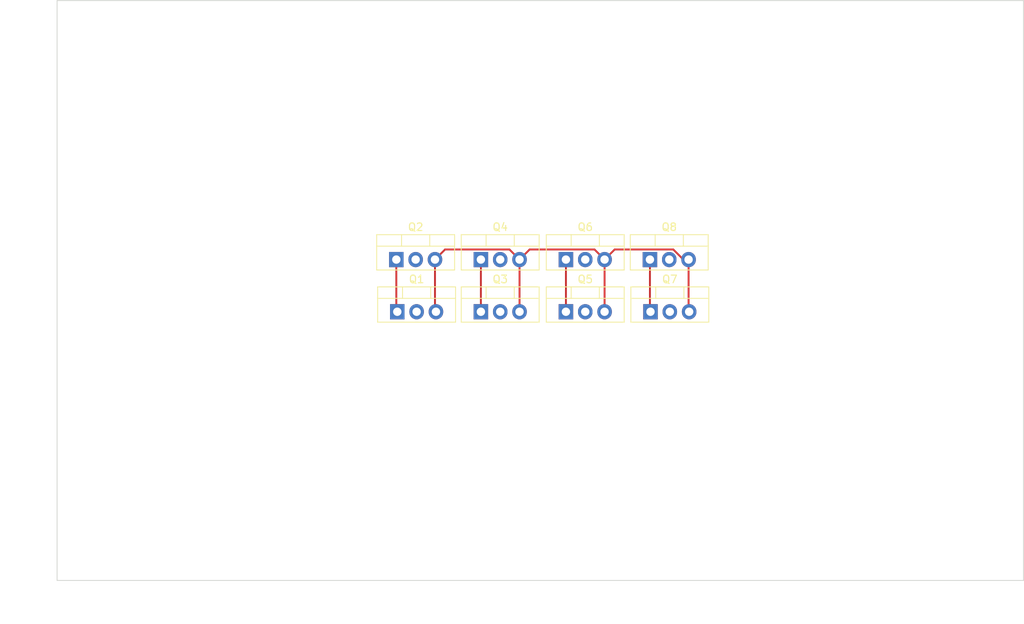
<source format=kicad_pcb>
(kicad_pcb (version 20171130) (host pcbnew "(5.1.7)-1")

  (general
    (thickness 1.6)
    (drawings 8)
    (tracks 22)
    (zones 0)
    (modules 8)
    (nets 14)
  )

  (page A4)
  (layers
    (0 F.Cu signal)
    (31 B.Cu signal)
    (32 B.Adhes user)
    (33 F.Adhes user)
    (34 B.Paste user)
    (35 F.Paste user)
    (36 B.SilkS user)
    (37 F.SilkS user)
    (38 B.Mask user)
    (39 F.Mask user)
    (40 Dwgs.User user)
    (41 Cmts.User user)
    (42 Eco1.User user)
    (43 Eco2.User user)
    (44 Edge.Cuts user)
    (45 Margin user)
    (46 B.CrtYd user)
    (47 F.CrtYd user)
    (48 B.Fab user)
    (49 F.Fab user)
  )

  (setup
    (last_trace_width 0.25)
    (trace_clearance 0.2)
    (zone_clearance 0.508)
    (zone_45_only no)
    (trace_min 0.2)
    (via_size 0.8)
    (via_drill 0.4)
    (via_min_size 0.4)
    (via_min_drill 0.3)
    (uvia_size 0.3)
    (uvia_drill 0.1)
    (uvias_allowed no)
    (uvia_min_size 0.2)
    (uvia_min_drill 0.1)
    (edge_width 0.05)
    (segment_width 0.2)
    (pcb_text_width 0.3)
    (pcb_text_size 1.5 1.5)
    (mod_edge_width 0.12)
    (mod_text_size 1 1)
    (mod_text_width 0.15)
    (pad_size 1.524 1.524)
    (pad_drill 0.762)
    (pad_to_mask_clearance 0)
    (aux_axis_origin 0 0)
    (visible_elements 7FFFFFFF)
    (pcbplotparams
      (layerselection 0x010fc_ffffffff)
      (usegerberextensions false)
      (usegerberattributes true)
      (usegerberadvancedattributes true)
      (creategerberjobfile true)
      (excludeedgelayer true)
      (linewidth 0.100000)
      (plotframeref false)
      (viasonmask false)
      (mode 1)
      (useauxorigin false)
      (hpglpennumber 1)
      (hpglpenspeed 20)
      (hpglpendiameter 15.000000)
      (psnegative false)
      (psa4output false)
      (plotreference true)
      (plotvalue true)
      (plotinvisibletext false)
      (padsonsilk false)
      (subtractmaskfromsilk false)
      (outputformat 1)
      (mirror false)
      (drillshape 1)
      (scaleselection 1)
      (outputdirectory ""))
  )

  (net 0 "")
  (net 1 "Net-(J1-Pad1)")
  (net 2 "Net-(J3-Pad1)")
  (net 3 GND)
  (net 4 "Net-(J3-Pad2)")
  (net 5 "Net-(J1-Pad2)")
  (net 6 "Net-(J3-Pad3)")
  (net 7 "Net-(J3-Pad4)")
  (net 8 "Net-(J3-Pad5)")
  (net 9 "Net-(J1-Pad3)")
  (net 10 "Net-(J3-Pad6)")
  (net 11 "Net-(J3-Pad7)")
  (net 12 "Net-(J1-Pad4)")
  (net 13 "Net-(J3-Pad8)")

  (net_class Default "This is the default net class."
    (clearance 0.2)
    (trace_width 0.25)
    (via_dia 0.8)
    (via_drill 0.4)
    (uvia_dia 0.3)
    (uvia_drill 0.1)
    (add_net GND)
    (add_net "Net-(J1-Pad1)")
    (add_net "Net-(J1-Pad2)")
    (add_net "Net-(J1-Pad3)")
    (add_net "Net-(J1-Pad4)")
    (add_net "Net-(J3-Pad1)")
    (add_net "Net-(J3-Pad2)")
    (add_net "Net-(J3-Pad3)")
    (add_net "Net-(J3-Pad4)")
    (add_net "Net-(J3-Pad5)")
    (add_net "Net-(J3-Pad6)")
    (add_net "Net-(J3-Pad7)")
    (add_net "Net-(J3-Pad8)")
  )

  (module Package_TO_SOT_THT:TO-220-3_Vertical (layer F.Cu) (tedit 5AC8BA0D) (tstamp 60240384)
    (at 120.904 91.694)
    (descr "TO-220-3, Vertical, RM 2.54mm, see https://www.vishay.com/docs/66542/to-220-1.pdf")
    (tags "TO-220-3 Vertical RM 2.54mm")
    (path /6023607D)
    (fp_text reference Q1 (at 2.54 -4.27) (layer F.SilkS)
      (effects (font (size 1 1) (thickness 0.15)))
    )
    (fp_text value IRLZ44N (at 2.54 2.5) (layer F.Fab)
      (effects (font (size 1 1) (thickness 0.15)))
    )
    (fp_line (start 7.79 -3.4) (end -2.71 -3.4) (layer F.CrtYd) (width 0.05))
    (fp_line (start 7.79 1.51) (end 7.79 -3.4) (layer F.CrtYd) (width 0.05))
    (fp_line (start -2.71 1.51) (end 7.79 1.51) (layer F.CrtYd) (width 0.05))
    (fp_line (start -2.71 -3.4) (end -2.71 1.51) (layer F.CrtYd) (width 0.05))
    (fp_line (start 4.391 -3.27) (end 4.391 -1.76) (layer F.SilkS) (width 0.12))
    (fp_line (start 0.69 -3.27) (end 0.69 -1.76) (layer F.SilkS) (width 0.12))
    (fp_line (start -2.58 -1.76) (end 7.66 -1.76) (layer F.SilkS) (width 0.12))
    (fp_line (start 7.66 -3.27) (end 7.66 1.371) (layer F.SilkS) (width 0.12))
    (fp_line (start -2.58 -3.27) (end -2.58 1.371) (layer F.SilkS) (width 0.12))
    (fp_line (start -2.58 1.371) (end 7.66 1.371) (layer F.SilkS) (width 0.12))
    (fp_line (start -2.58 -3.27) (end 7.66 -3.27) (layer F.SilkS) (width 0.12))
    (fp_line (start 4.39 -3.15) (end 4.39 -1.88) (layer F.Fab) (width 0.1))
    (fp_line (start 0.69 -3.15) (end 0.69 -1.88) (layer F.Fab) (width 0.1))
    (fp_line (start -2.46 -1.88) (end 7.54 -1.88) (layer F.Fab) (width 0.1))
    (fp_line (start 7.54 -3.15) (end -2.46 -3.15) (layer F.Fab) (width 0.1))
    (fp_line (start 7.54 1.25) (end 7.54 -3.15) (layer F.Fab) (width 0.1))
    (fp_line (start -2.46 1.25) (end 7.54 1.25) (layer F.Fab) (width 0.1))
    (fp_line (start -2.46 -3.15) (end -2.46 1.25) (layer F.Fab) (width 0.1))
    (fp_text user %R (at 2.54 -4.27) (layer F.Fab)
      (effects (font (size 1 1) (thickness 0.15)))
    )
    (pad 1 thru_hole rect (at 0 0) (size 1.905 2) (drill 1.1) (layers *.Cu *.Mask)
      (net 1 "Net-(J1-Pad1)"))
    (pad 2 thru_hole oval (at 2.54 0) (size 1.905 2) (drill 1.1) (layers *.Cu *.Mask)
      (net 2 "Net-(J3-Pad1)"))
    (pad 3 thru_hole oval (at 5.08 0) (size 1.905 2) (drill 1.1) (layers *.Cu *.Mask)
      (net 3 GND))
    (model ${KISYS3DMOD}/Package_TO_SOT_THT.3dshapes/TO-220-3_Vertical.wrl
      (at (xyz 0 0 0))
      (scale (xyz 1 1 1))
      (rotate (xyz 0 0 0))
    )
  )

  (module Package_TO_SOT_THT:TO-220-3_Vertical (layer F.Cu) (tedit 5AC8BA0D) (tstamp 6024039E)
    (at 120.777 84.836)
    (descr "TO-220-3, Vertical, RM 2.54mm, see https://www.vishay.com/docs/66542/to-220-1.pdf")
    (tags "TO-220-3 Vertical RM 2.54mm")
    (path /6024734A)
    (fp_text reference Q2 (at 2.54 -4.27) (layer F.SilkS)
      (effects (font (size 1 1) (thickness 0.15)))
    )
    (fp_text value IRLZ44N (at 2.54 2.5) (layer F.Fab)
      (effects (font (size 1 1) (thickness 0.15)))
    )
    (fp_text user %R (at 2.54 -4.27) (layer F.Fab)
      (effects (font (size 1 1) (thickness 0.15)))
    )
    (fp_line (start -2.46 -3.15) (end -2.46 1.25) (layer F.Fab) (width 0.1))
    (fp_line (start -2.46 1.25) (end 7.54 1.25) (layer F.Fab) (width 0.1))
    (fp_line (start 7.54 1.25) (end 7.54 -3.15) (layer F.Fab) (width 0.1))
    (fp_line (start 7.54 -3.15) (end -2.46 -3.15) (layer F.Fab) (width 0.1))
    (fp_line (start -2.46 -1.88) (end 7.54 -1.88) (layer F.Fab) (width 0.1))
    (fp_line (start 0.69 -3.15) (end 0.69 -1.88) (layer F.Fab) (width 0.1))
    (fp_line (start 4.39 -3.15) (end 4.39 -1.88) (layer F.Fab) (width 0.1))
    (fp_line (start -2.58 -3.27) (end 7.66 -3.27) (layer F.SilkS) (width 0.12))
    (fp_line (start -2.58 1.371) (end 7.66 1.371) (layer F.SilkS) (width 0.12))
    (fp_line (start -2.58 -3.27) (end -2.58 1.371) (layer F.SilkS) (width 0.12))
    (fp_line (start 7.66 -3.27) (end 7.66 1.371) (layer F.SilkS) (width 0.12))
    (fp_line (start -2.58 -1.76) (end 7.66 -1.76) (layer F.SilkS) (width 0.12))
    (fp_line (start 0.69 -3.27) (end 0.69 -1.76) (layer F.SilkS) (width 0.12))
    (fp_line (start 4.391 -3.27) (end 4.391 -1.76) (layer F.SilkS) (width 0.12))
    (fp_line (start -2.71 -3.4) (end -2.71 1.51) (layer F.CrtYd) (width 0.05))
    (fp_line (start -2.71 1.51) (end 7.79 1.51) (layer F.CrtYd) (width 0.05))
    (fp_line (start 7.79 1.51) (end 7.79 -3.4) (layer F.CrtYd) (width 0.05))
    (fp_line (start 7.79 -3.4) (end -2.71 -3.4) (layer F.CrtYd) (width 0.05))
    (pad 3 thru_hole oval (at 5.08 0) (size 1.905 2) (drill 1.1) (layers *.Cu *.Mask)
      (net 3 GND))
    (pad 2 thru_hole oval (at 2.54 0) (size 1.905 2) (drill 1.1) (layers *.Cu *.Mask)
      (net 4 "Net-(J3-Pad2)"))
    (pad 1 thru_hole rect (at 0 0) (size 1.905 2) (drill 1.1) (layers *.Cu *.Mask)
      (net 1 "Net-(J1-Pad1)"))
    (model ${KISYS3DMOD}/Package_TO_SOT_THT.3dshapes/TO-220-3_Vertical.wrl
      (at (xyz 0 0 0))
      (scale (xyz 1 1 1))
      (rotate (xyz 0 0 0))
    )
  )

  (module Package_TO_SOT_THT:TO-220-3_Vertical (layer F.Cu) (tedit 5AC8BA0D) (tstamp 602403B8)
    (at 131.8895 91.694)
    (descr "TO-220-3, Vertical, RM 2.54mm, see https://www.vishay.com/docs/66542/to-220-1.pdf")
    (tags "TO-220-3 Vertical RM 2.54mm")
    (path /6023BA76)
    (fp_text reference Q3 (at 2.54 -4.27) (layer F.SilkS)
      (effects (font (size 1 1) (thickness 0.15)))
    )
    (fp_text value IRLZ44N (at 2.54 2.5) (layer F.Fab)
      (effects (font (size 1 1) (thickness 0.15)))
    )
    (fp_line (start 7.79 -3.4) (end -2.71 -3.4) (layer F.CrtYd) (width 0.05))
    (fp_line (start 7.79 1.51) (end 7.79 -3.4) (layer F.CrtYd) (width 0.05))
    (fp_line (start -2.71 1.51) (end 7.79 1.51) (layer F.CrtYd) (width 0.05))
    (fp_line (start -2.71 -3.4) (end -2.71 1.51) (layer F.CrtYd) (width 0.05))
    (fp_line (start 4.391 -3.27) (end 4.391 -1.76) (layer F.SilkS) (width 0.12))
    (fp_line (start 0.69 -3.27) (end 0.69 -1.76) (layer F.SilkS) (width 0.12))
    (fp_line (start -2.58 -1.76) (end 7.66 -1.76) (layer F.SilkS) (width 0.12))
    (fp_line (start 7.66 -3.27) (end 7.66 1.371) (layer F.SilkS) (width 0.12))
    (fp_line (start -2.58 -3.27) (end -2.58 1.371) (layer F.SilkS) (width 0.12))
    (fp_line (start -2.58 1.371) (end 7.66 1.371) (layer F.SilkS) (width 0.12))
    (fp_line (start -2.58 -3.27) (end 7.66 -3.27) (layer F.SilkS) (width 0.12))
    (fp_line (start 4.39 -3.15) (end 4.39 -1.88) (layer F.Fab) (width 0.1))
    (fp_line (start 0.69 -3.15) (end 0.69 -1.88) (layer F.Fab) (width 0.1))
    (fp_line (start -2.46 -1.88) (end 7.54 -1.88) (layer F.Fab) (width 0.1))
    (fp_line (start 7.54 -3.15) (end -2.46 -3.15) (layer F.Fab) (width 0.1))
    (fp_line (start 7.54 1.25) (end 7.54 -3.15) (layer F.Fab) (width 0.1))
    (fp_line (start -2.46 1.25) (end 7.54 1.25) (layer F.Fab) (width 0.1))
    (fp_line (start -2.46 -3.15) (end -2.46 1.25) (layer F.Fab) (width 0.1))
    (fp_text user %R (at 2.54 -4.27) (layer F.Fab)
      (effects (font (size 1 1) (thickness 0.15)))
    )
    (pad 1 thru_hole rect (at 0 0) (size 1.905 2) (drill 1.1) (layers *.Cu *.Mask)
      (net 5 "Net-(J1-Pad2)"))
    (pad 2 thru_hole oval (at 2.54 0) (size 1.905 2) (drill 1.1) (layers *.Cu *.Mask)
      (net 6 "Net-(J3-Pad3)"))
    (pad 3 thru_hole oval (at 5.08 0) (size 1.905 2) (drill 1.1) (layers *.Cu *.Mask)
      (net 3 GND))
    (model ${KISYS3DMOD}/Package_TO_SOT_THT.3dshapes/TO-220-3_Vertical.wrl
      (at (xyz 0 0 0))
      (scale (xyz 1 1 1))
      (rotate (xyz 0 0 0))
    )
  )

  (module Package_TO_SOT_THT:TO-220-3_Vertical (layer F.Cu) (tedit 5AC8BA0D) (tstamp 602403D2)
    (at 131.8895 84.836)
    (descr "TO-220-3, Vertical, RM 2.54mm, see https://www.vishay.com/docs/66542/to-220-1.pdf")
    (tags "TO-220-3 Vertical RM 2.54mm")
    (path /60245B65)
    (fp_text reference Q4 (at 2.54 -4.27) (layer F.SilkS)
      (effects (font (size 1 1) (thickness 0.15)))
    )
    (fp_text value IRLZ44N (at 2.54 2.5) (layer F.Fab)
      (effects (font (size 1 1) (thickness 0.15)))
    )
    (fp_line (start 7.79 -3.4) (end -2.71 -3.4) (layer F.CrtYd) (width 0.05))
    (fp_line (start 7.79 1.51) (end 7.79 -3.4) (layer F.CrtYd) (width 0.05))
    (fp_line (start -2.71 1.51) (end 7.79 1.51) (layer F.CrtYd) (width 0.05))
    (fp_line (start -2.71 -3.4) (end -2.71 1.51) (layer F.CrtYd) (width 0.05))
    (fp_line (start 4.391 -3.27) (end 4.391 -1.76) (layer F.SilkS) (width 0.12))
    (fp_line (start 0.69 -3.27) (end 0.69 -1.76) (layer F.SilkS) (width 0.12))
    (fp_line (start -2.58 -1.76) (end 7.66 -1.76) (layer F.SilkS) (width 0.12))
    (fp_line (start 7.66 -3.27) (end 7.66 1.371) (layer F.SilkS) (width 0.12))
    (fp_line (start -2.58 -3.27) (end -2.58 1.371) (layer F.SilkS) (width 0.12))
    (fp_line (start -2.58 1.371) (end 7.66 1.371) (layer F.SilkS) (width 0.12))
    (fp_line (start -2.58 -3.27) (end 7.66 -3.27) (layer F.SilkS) (width 0.12))
    (fp_line (start 4.39 -3.15) (end 4.39 -1.88) (layer F.Fab) (width 0.1))
    (fp_line (start 0.69 -3.15) (end 0.69 -1.88) (layer F.Fab) (width 0.1))
    (fp_line (start -2.46 -1.88) (end 7.54 -1.88) (layer F.Fab) (width 0.1))
    (fp_line (start 7.54 -3.15) (end -2.46 -3.15) (layer F.Fab) (width 0.1))
    (fp_line (start 7.54 1.25) (end 7.54 -3.15) (layer F.Fab) (width 0.1))
    (fp_line (start -2.46 1.25) (end 7.54 1.25) (layer F.Fab) (width 0.1))
    (fp_line (start -2.46 -3.15) (end -2.46 1.25) (layer F.Fab) (width 0.1))
    (fp_text user %R (at 2.54 -4.27) (layer F.Fab)
      (effects (font (size 1 1) (thickness 0.15)))
    )
    (pad 1 thru_hole rect (at 0 0) (size 1.905 2) (drill 1.1) (layers *.Cu *.Mask)
      (net 5 "Net-(J1-Pad2)"))
    (pad 2 thru_hole oval (at 2.54 0) (size 1.905 2) (drill 1.1) (layers *.Cu *.Mask)
      (net 7 "Net-(J3-Pad4)"))
    (pad 3 thru_hole oval (at 5.08 0) (size 1.905 2) (drill 1.1) (layers *.Cu *.Mask)
      (net 3 GND))
    (model ${KISYS3DMOD}/Package_TO_SOT_THT.3dshapes/TO-220-3_Vertical.wrl
      (at (xyz 0 0 0))
      (scale (xyz 1 1 1))
      (rotate (xyz 0 0 0))
    )
  )

  (module Package_TO_SOT_THT:TO-220-3_Vertical (layer F.Cu) (tedit 5AC8BA0D) (tstamp 602403EC)
    (at 143.0655 91.694)
    (descr "TO-220-3, Vertical, RM 2.54mm, see https://www.vishay.com/docs/66542/to-220-1.pdf")
    (tags "TO-220-3 Vertical RM 2.54mm")
    (path /60239D80)
    (fp_text reference Q5 (at 2.54 -4.27) (layer F.SilkS)
      (effects (font (size 1 1) (thickness 0.15)))
    )
    (fp_text value IRLZ44N (at 2.54 2.5) (layer F.Fab)
      (effects (font (size 1 1) (thickness 0.15)))
    )
    (fp_text user %R (at 2.54 -4.27) (layer F.Fab)
      (effects (font (size 1 1) (thickness 0.15)))
    )
    (fp_line (start -2.46 -3.15) (end -2.46 1.25) (layer F.Fab) (width 0.1))
    (fp_line (start -2.46 1.25) (end 7.54 1.25) (layer F.Fab) (width 0.1))
    (fp_line (start 7.54 1.25) (end 7.54 -3.15) (layer F.Fab) (width 0.1))
    (fp_line (start 7.54 -3.15) (end -2.46 -3.15) (layer F.Fab) (width 0.1))
    (fp_line (start -2.46 -1.88) (end 7.54 -1.88) (layer F.Fab) (width 0.1))
    (fp_line (start 0.69 -3.15) (end 0.69 -1.88) (layer F.Fab) (width 0.1))
    (fp_line (start 4.39 -3.15) (end 4.39 -1.88) (layer F.Fab) (width 0.1))
    (fp_line (start -2.58 -3.27) (end 7.66 -3.27) (layer F.SilkS) (width 0.12))
    (fp_line (start -2.58 1.371) (end 7.66 1.371) (layer F.SilkS) (width 0.12))
    (fp_line (start -2.58 -3.27) (end -2.58 1.371) (layer F.SilkS) (width 0.12))
    (fp_line (start 7.66 -3.27) (end 7.66 1.371) (layer F.SilkS) (width 0.12))
    (fp_line (start -2.58 -1.76) (end 7.66 -1.76) (layer F.SilkS) (width 0.12))
    (fp_line (start 0.69 -3.27) (end 0.69 -1.76) (layer F.SilkS) (width 0.12))
    (fp_line (start 4.391 -3.27) (end 4.391 -1.76) (layer F.SilkS) (width 0.12))
    (fp_line (start -2.71 -3.4) (end -2.71 1.51) (layer F.CrtYd) (width 0.05))
    (fp_line (start -2.71 1.51) (end 7.79 1.51) (layer F.CrtYd) (width 0.05))
    (fp_line (start 7.79 1.51) (end 7.79 -3.4) (layer F.CrtYd) (width 0.05))
    (fp_line (start 7.79 -3.4) (end -2.71 -3.4) (layer F.CrtYd) (width 0.05))
    (pad 3 thru_hole oval (at 5.08 0) (size 1.905 2) (drill 1.1) (layers *.Cu *.Mask)
      (net 3 GND))
    (pad 2 thru_hole oval (at 2.54 0) (size 1.905 2) (drill 1.1) (layers *.Cu *.Mask)
      (net 8 "Net-(J3-Pad5)"))
    (pad 1 thru_hole rect (at 0 0) (size 1.905 2) (drill 1.1) (layers *.Cu *.Mask)
      (net 9 "Net-(J1-Pad3)"))
    (model ${KISYS3DMOD}/Package_TO_SOT_THT.3dshapes/TO-220-3_Vertical.wrl
      (at (xyz 0 0 0))
      (scale (xyz 1 1 1))
      (rotate (xyz 0 0 0))
    )
  )

  (module Package_TO_SOT_THT:TO-220-3_Vertical (layer F.Cu) (tedit 5AC8BA0D) (tstamp 60240406)
    (at 143.0655 84.836)
    (descr "TO-220-3, Vertical, RM 2.54mm, see https://www.vishay.com/docs/66542/to-220-1.pdf")
    (tags "TO-220-3 Vertical RM 2.54mm")
    (path /60244A9C)
    (fp_text reference Q6 (at 2.54 -4.27) (layer F.SilkS)
      (effects (font (size 1 1) (thickness 0.15)))
    )
    (fp_text value IRLZ44N (at 2.54 2.5) (layer F.Fab)
      (effects (font (size 1 1) (thickness 0.15)))
    )
    (fp_text user %R (at 2.54 -4.27) (layer F.Fab)
      (effects (font (size 1 1) (thickness 0.15)))
    )
    (fp_line (start -2.46 -3.15) (end -2.46 1.25) (layer F.Fab) (width 0.1))
    (fp_line (start -2.46 1.25) (end 7.54 1.25) (layer F.Fab) (width 0.1))
    (fp_line (start 7.54 1.25) (end 7.54 -3.15) (layer F.Fab) (width 0.1))
    (fp_line (start 7.54 -3.15) (end -2.46 -3.15) (layer F.Fab) (width 0.1))
    (fp_line (start -2.46 -1.88) (end 7.54 -1.88) (layer F.Fab) (width 0.1))
    (fp_line (start 0.69 -3.15) (end 0.69 -1.88) (layer F.Fab) (width 0.1))
    (fp_line (start 4.39 -3.15) (end 4.39 -1.88) (layer F.Fab) (width 0.1))
    (fp_line (start -2.58 -3.27) (end 7.66 -3.27) (layer F.SilkS) (width 0.12))
    (fp_line (start -2.58 1.371) (end 7.66 1.371) (layer F.SilkS) (width 0.12))
    (fp_line (start -2.58 -3.27) (end -2.58 1.371) (layer F.SilkS) (width 0.12))
    (fp_line (start 7.66 -3.27) (end 7.66 1.371) (layer F.SilkS) (width 0.12))
    (fp_line (start -2.58 -1.76) (end 7.66 -1.76) (layer F.SilkS) (width 0.12))
    (fp_line (start 0.69 -3.27) (end 0.69 -1.76) (layer F.SilkS) (width 0.12))
    (fp_line (start 4.391 -3.27) (end 4.391 -1.76) (layer F.SilkS) (width 0.12))
    (fp_line (start -2.71 -3.4) (end -2.71 1.51) (layer F.CrtYd) (width 0.05))
    (fp_line (start -2.71 1.51) (end 7.79 1.51) (layer F.CrtYd) (width 0.05))
    (fp_line (start 7.79 1.51) (end 7.79 -3.4) (layer F.CrtYd) (width 0.05))
    (fp_line (start 7.79 -3.4) (end -2.71 -3.4) (layer F.CrtYd) (width 0.05))
    (pad 3 thru_hole oval (at 5.08 0) (size 1.905 2) (drill 1.1) (layers *.Cu *.Mask)
      (net 3 GND))
    (pad 2 thru_hole oval (at 2.54 0) (size 1.905 2) (drill 1.1) (layers *.Cu *.Mask)
      (net 10 "Net-(J3-Pad6)"))
    (pad 1 thru_hole rect (at 0 0) (size 1.905 2) (drill 1.1) (layers *.Cu *.Mask)
      (net 9 "Net-(J1-Pad3)"))
    (model ${KISYS3DMOD}/Package_TO_SOT_THT.3dshapes/TO-220-3_Vertical.wrl
      (at (xyz 0 0 0))
      (scale (xyz 1 1 1))
      (rotate (xyz 0 0 0))
    )
  )

  (module Package_TO_SOT_THT:TO-220-3_Vertical (layer F.Cu) (tedit 5AC8BA0D) (tstamp 60240420)
    (at 154.178 91.694)
    (descr "TO-220-3, Vertical, RM 2.54mm, see https://www.vishay.com/docs/66542/to-220-1.pdf")
    (tags "TO-220-3 Vertical RM 2.54mm")
    (path /6023B144)
    (fp_text reference Q7 (at 2.54 -4.27) (layer F.SilkS)
      (effects (font (size 1 1) (thickness 0.15)))
    )
    (fp_text value IRLZ44N (at 2.54 2.5) (layer F.Fab)
      (effects (font (size 1 1) (thickness 0.15)))
    )
    (fp_text user %R (at 2.54 -4.27) (layer F.Fab)
      (effects (font (size 1 1) (thickness 0.15)))
    )
    (fp_line (start -2.46 -3.15) (end -2.46 1.25) (layer F.Fab) (width 0.1))
    (fp_line (start -2.46 1.25) (end 7.54 1.25) (layer F.Fab) (width 0.1))
    (fp_line (start 7.54 1.25) (end 7.54 -3.15) (layer F.Fab) (width 0.1))
    (fp_line (start 7.54 -3.15) (end -2.46 -3.15) (layer F.Fab) (width 0.1))
    (fp_line (start -2.46 -1.88) (end 7.54 -1.88) (layer F.Fab) (width 0.1))
    (fp_line (start 0.69 -3.15) (end 0.69 -1.88) (layer F.Fab) (width 0.1))
    (fp_line (start 4.39 -3.15) (end 4.39 -1.88) (layer F.Fab) (width 0.1))
    (fp_line (start -2.58 -3.27) (end 7.66 -3.27) (layer F.SilkS) (width 0.12))
    (fp_line (start -2.58 1.371) (end 7.66 1.371) (layer F.SilkS) (width 0.12))
    (fp_line (start -2.58 -3.27) (end -2.58 1.371) (layer F.SilkS) (width 0.12))
    (fp_line (start 7.66 -3.27) (end 7.66 1.371) (layer F.SilkS) (width 0.12))
    (fp_line (start -2.58 -1.76) (end 7.66 -1.76) (layer F.SilkS) (width 0.12))
    (fp_line (start 0.69 -3.27) (end 0.69 -1.76) (layer F.SilkS) (width 0.12))
    (fp_line (start 4.391 -3.27) (end 4.391 -1.76) (layer F.SilkS) (width 0.12))
    (fp_line (start -2.71 -3.4) (end -2.71 1.51) (layer F.CrtYd) (width 0.05))
    (fp_line (start -2.71 1.51) (end 7.79 1.51) (layer F.CrtYd) (width 0.05))
    (fp_line (start 7.79 1.51) (end 7.79 -3.4) (layer F.CrtYd) (width 0.05))
    (fp_line (start 7.79 -3.4) (end -2.71 -3.4) (layer F.CrtYd) (width 0.05))
    (pad 3 thru_hole oval (at 5.08 0) (size 1.905 2) (drill 1.1) (layers *.Cu *.Mask)
      (net 3 GND))
    (pad 2 thru_hole oval (at 2.54 0) (size 1.905 2) (drill 1.1) (layers *.Cu *.Mask)
      (net 11 "Net-(J3-Pad7)"))
    (pad 1 thru_hole rect (at 0 0) (size 1.905 2) (drill 1.1) (layers *.Cu *.Mask)
      (net 12 "Net-(J1-Pad4)"))
    (model ${KISYS3DMOD}/Package_TO_SOT_THT.3dshapes/TO-220-3_Vertical.wrl
      (at (xyz 0 0 0))
      (scale (xyz 1 1 1))
      (rotate (xyz 0 0 0))
    )
  )

  (module Package_TO_SOT_THT:TO-220-3_Vertical (layer F.Cu) (tedit 5AC8BA0D) (tstamp 6024043A)
    (at 154.105001 84.836)
    (descr "TO-220-3, Vertical, RM 2.54mm, see https://www.vishay.com/docs/66542/to-220-1.pdf")
    (tags "TO-220-3 Vertical RM 2.54mm")
    (path /6023A681)
    (fp_text reference Q8 (at 2.54 -4.27) (layer F.SilkS)
      (effects (font (size 1 1) (thickness 0.15)))
    )
    (fp_text value IRLZ44N (at 2.54 2.5) (layer F.Fab)
      (effects (font (size 1 1) (thickness 0.15)))
    )
    (fp_line (start 7.79 -3.4) (end -2.71 -3.4) (layer F.CrtYd) (width 0.05))
    (fp_line (start 7.79 1.51) (end 7.79 -3.4) (layer F.CrtYd) (width 0.05))
    (fp_line (start -2.71 1.51) (end 7.79 1.51) (layer F.CrtYd) (width 0.05))
    (fp_line (start -2.71 -3.4) (end -2.71 1.51) (layer F.CrtYd) (width 0.05))
    (fp_line (start 4.391 -3.27) (end 4.391 -1.76) (layer F.SilkS) (width 0.12))
    (fp_line (start 0.69 -3.27) (end 0.69 -1.76) (layer F.SilkS) (width 0.12))
    (fp_line (start -2.58 -1.76) (end 7.66 -1.76) (layer F.SilkS) (width 0.12))
    (fp_line (start 7.66 -3.27) (end 7.66 1.371) (layer F.SilkS) (width 0.12))
    (fp_line (start -2.58 -3.27) (end -2.58 1.371) (layer F.SilkS) (width 0.12))
    (fp_line (start -2.58 1.371) (end 7.66 1.371) (layer F.SilkS) (width 0.12))
    (fp_line (start -2.58 -3.27) (end 7.66 -3.27) (layer F.SilkS) (width 0.12))
    (fp_line (start 4.39 -3.15) (end 4.39 -1.88) (layer F.Fab) (width 0.1))
    (fp_line (start 0.69 -3.15) (end 0.69 -1.88) (layer F.Fab) (width 0.1))
    (fp_line (start -2.46 -1.88) (end 7.54 -1.88) (layer F.Fab) (width 0.1))
    (fp_line (start 7.54 -3.15) (end -2.46 -3.15) (layer F.Fab) (width 0.1))
    (fp_line (start 7.54 1.25) (end 7.54 -3.15) (layer F.Fab) (width 0.1))
    (fp_line (start -2.46 1.25) (end 7.54 1.25) (layer F.Fab) (width 0.1))
    (fp_line (start -2.46 -3.15) (end -2.46 1.25) (layer F.Fab) (width 0.1))
    (fp_text user %R (at 2.54 -4.27) (layer F.Fab)
      (effects (font (size 1 1) (thickness 0.15)))
    )
    (pad 1 thru_hole rect (at 0 0) (size 1.905 2) (drill 1.1) (layers *.Cu *.Mask)
      (net 12 "Net-(J1-Pad4)"))
    (pad 2 thru_hole oval (at 2.54 0) (size 1.905 2) (drill 1.1) (layers *.Cu *.Mask)
      (net 13 "Net-(J3-Pad8)"))
    (pad 3 thru_hole oval (at 5.08 0) (size 1.905 2) (drill 1.1) (layers *.Cu *.Mask)
      (net 3 GND))
    (model ${KISYS3DMOD}/Package_TO_SOT_THT.3dshapes/TO-220-3_Vertical.wrl
      (at (xyz 0 0 0))
      (scale (xyz 1 1 1))
      (rotate (xyz 0 0 0))
    )
  )

  (gr_poly (pts (xy 162.56 78.74) (xy 116.84 78.74) (xy 116.84 68.58) (xy 162.56 68.58)) (layer F.Mask) (width 0.1))
  (gr_poly (pts (xy 162.56 106.68) (xy 116.84 106.68) (xy 116.84 96.52) (xy 162.56 96.52)) (layer F.Mask) (width 0.1))
  (gr_line (start 203.2 50.8) (end 203.2 127) (layer Edge.Cuts) (width 0.1))
  (gr_line (start 76.2 50.8) (end 203.2 50.8) (layer Edge.Cuts) (width 0.1))
  (gr_line (start 76.2 127) (end 76.2 50.8) (layer Edge.Cuts) (width 0.1))
  (gr_line (start 203.2 127) (end 76.2 127) (layer Edge.Cuts) (width 0.1))
  (dimension 127 (width 0.15) (layer Dwgs.User)
    (gr_text "127.000 mm" (at 139.7 133.379999) (layer Dwgs.User)
      (effects (font (size 1 1) (thickness 0.15)))
    )
    (feature1 (pts (xy 203.2 127) (xy 203.2 132.66642)))
    (feature2 (pts (xy 76.2 127) (xy 76.2 132.66642)))
    (crossbar (pts (xy 76.2 132.079999) (xy 203.2 132.079999)))
    (arrow1a (pts (xy 203.2 132.079999) (xy 202.073496 132.66642)))
    (arrow1b (pts (xy 203.2 132.079999) (xy 202.073496 131.493578)))
    (arrow2a (pts (xy 76.2 132.079999) (xy 77.326504 132.66642)))
    (arrow2b (pts (xy 76.2 132.079999) (xy 77.326504 131.493578)))
  )
  (dimension 76.2 (width 0.15) (layer Dwgs.User)
    (gr_text "76.200 mm" (at 72.36 88.9 270) (layer Dwgs.User)
      (effects (font (size 1 1) (thickness 0.15)))
    )
    (feature1 (pts (xy 76.2 127) (xy 73.073579 127)))
    (feature2 (pts (xy 76.2 50.8) (xy 73.073579 50.8)))
    (crossbar (pts (xy 73.66 50.8) (xy 73.66 127)))
    (arrow1a (pts (xy 73.66 127) (xy 73.073579 125.873496)))
    (arrow1b (pts (xy 73.66 127) (xy 74.246421 125.873496)))
    (arrow2a (pts (xy 73.66 50.8) (xy 73.073579 51.926504)))
    (arrow2b (pts (xy 73.66 50.8) (xy 74.246421 51.926504)))
  )

  (segment (start 120.777 91.567) (end 120.904 91.694) (width 0.25) (layer F.Cu) (net 1))
  (segment (start 120.777 84.836) (end 120.777 91.567) (width 0.25) (layer F.Cu) (net 1))
  (segment (start 125.857 91.567) (end 125.984 91.694) (width 0.25) (layer F.Cu) (net 3))
  (segment (start 125.857 84.836) (end 125.857 91.567) (width 0.25) (layer F.Cu) (net 3))
  (segment (start 136.9695 84.836) (end 136.9695 91.694) (width 0.25) (layer F.Cu) (net 3))
  (segment (start 148.1455 84.836) (end 148.1455 91.694) (width 0.25) (layer F.Cu) (net 3))
  (segment (start 159.185001 91.621001) (end 159.258 91.694) (width 0.25) (layer F.Cu) (net 3))
  (segment (start 159.185001 84.836) (end 159.185001 91.621001) (width 0.25) (layer F.Cu) (net 3))
  (segment (start 149.47051 83.51099) (end 148.1455 84.836) (width 0.25) (layer F.Cu) (net 3))
  (segment (start 157.174162 83.51099) (end 149.47051 83.51099) (width 0.25) (layer F.Cu) (net 3))
  (segment (start 158.499172 84.836) (end 157.174162 83.51099) (width 0.25) (layer F.Cu) (net 3))
  (segment (start 159.185001 84.836) (end 158.499172 84.836) (width 0.25) (layer F.Cu) (net 3))
  (segment (start 138.29451 83.51099) (end 136.9695 84.836) (width 0.25) (layer F.Cu) (net 3))
  (segment (start 146.82049 83.51099) (end 138.29451 83.51099) (width 0.25) (layer F.Cu) (net 3))
  (segment (start 148.1455 84.836) (end 146.82049 83.51099) (width 0.25) (layer F.Cu) (net 3))
  (segment (start 127.18201 83.51099) (end 125.857 84.836) (width 0.25) (layer F.Cu) (net 3))
  (segment (start 135.64449 83.51099) (end 127.18201 83.51099) (width 0.25) (layer F.Cu) (net 3))
  (segment (start 136.9695 84.836) (end 135.64449 83.51099) (width 0.25) (layer F.Cu) (net 3))
  (segment (start 131.8895 84.836) (end 131.8895 91.694) (width 0.25) (layer F.Cu) (net 5))
  (segment (start 143.0655 84.836) (end 143.0655 91.694) (width 0.25) (layer F.Cu) (net 9))
  (segment (start 154.105001 91.621001) (end 154.178 91.694) (width 0.25) (layer F.Cu) (net 12))
  (segment (start 154.105001 84.836) (end 154.105001 91.621001) (width 0.25) (layer F.Cu) (net 12))

)

</source>
